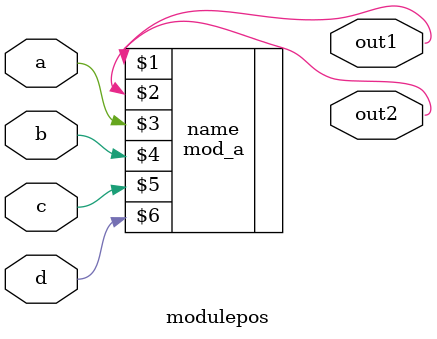
<source format=v>
module modulepos( 
    input a, 
    input b, 
    input c,
    input d,
    output out1,
    output out2
);
mod_a name(out1,out2,a,b,c,d);
endmodule

</source>
